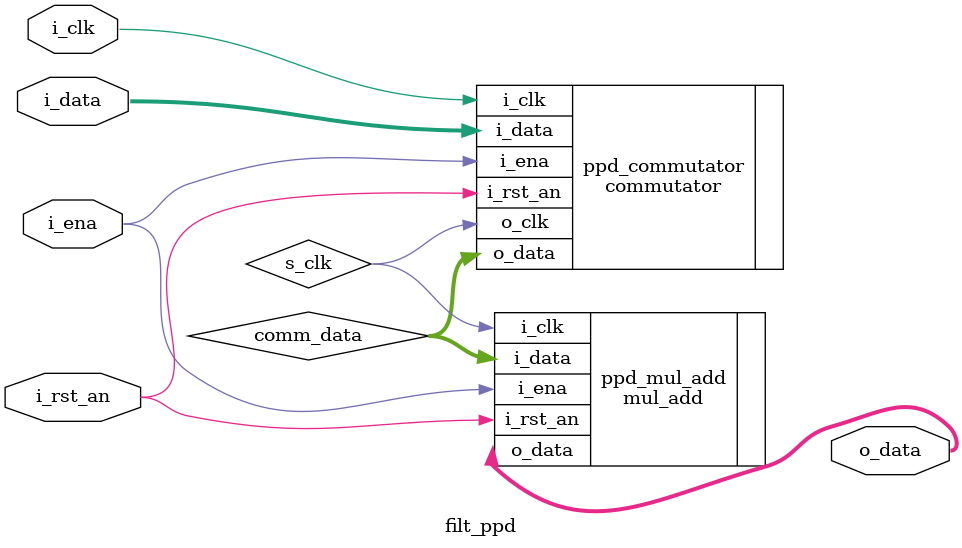
<source format=v>
`define DIV(N, D) (N%D==0) ? (N/D) : (N/D+1)
module filt_ppd #(  
  parameter gp_idata_width       = 6,                              // Set input data width
  parameter gp_decimation_factor = 31,                              // Set number of output channels
  parameter gp_coeff_length      = 53,                             // Set filter coefficient length
  parameter gp_coeff_width       = 16,                              // Set filter coefficient filter bit-width
  parameter gp_tf_df             = 0,                              // Select filter topology 1-> TF | 0-> DF   
  parameter gp_comm_reg_oup      = 1,                              // Select commutator 1-> registered output | 0 -> none-registered
  parameter gp_comm_ccw          = 1,                              // Select commutator 1-> Counter Clock Wise | 0 -> Clock Wise
  parameter gp_mul_ccw           = 0,                              // Select multiplier 1-> Counter Clock Wise | 0 -> Clock Wise
  parameter gp_comm_phase        = 0,                              // Select downsample phase 0:gp_decimation_factor-1
  parameter gp_odata_width       = gp_idata_width+gp_coeff_width+$clog2(gp_decimation_factor)+$clog2(`DIV(gp_coeff_length,gp_decimation_factor))
				                                   // Set output bit-width
) (
  input  wire                             i_rst_an,                // Asynchronous active low reset
  input  wire                             i_ena,                   // Synchronous active high enable
  input  wire                             i_clk,                   // Rising-edge clock
  input  wire signed [gp_idata_width-1:0] i_data,                  // Input data with gp_idata_width bits MSB:LSB, signed
  output wire signed [gp_odata_width-1:0] o_data,                  // Output data with gp_decimation_factor x gp_idata_width width MSB:LSB, signed
  // output wire                             o_sclk                   // Slow clock pulsed output
);
// -------------------------------------------------------------------
  // WIRE DECLARATION
  wire                                           s_clk;
  wire [gp_decimation_factor*gp_idata_width-1:0] comm_data;
// -------------------------------------------------------------------  
  commutator #(
    .gp_ccw               (gp_comm_ccw         ),
    .gp_idata_width       (gp_idata_width      ),
    .gp_decimation_factor (gp_decimation_factor),
    .gp_reg_oup           (gp_comm_reg_oup     ),                     
    .gp_phase             (gp_comm_phase       )
  ) ppd_commutator                             
  (
    .i_rst_an (i_rst_an ),
    .i_ena    (i_ena    ),
    .i_clk    (i_clk    ),
    .i_data   (i_data   ),
    .o_data   (comm_data),     
    .o_clk    (s_clk    ) 
  );
        
  mul_add #(
    .gp_idata_width       (gp_idata_width      ),   
    .gp_decimation_factor (gp_decimation_factor),
    .gp_coeff_length      (gp_coeff_length     ),
    .gp_coeff_width       (gp_coeff_width      ),
    .gp_tf_df	          (gp_tf_df            ),
    .gp_ccw	          (gp_mul_ccw          ),
    .gp_odata_width       (gp_odata_width      )
  ) ppd_mul_add (
    .i_rst_an (i_rst_an ),
    .i_ena    (i_ena    ),
    .i_clk    (s_clk    ),
    .i_data   (comm_data),
    .o_data   (o_data   )
  );

  // assign o_sclk = s_clk;
  
endmodule

</source>
